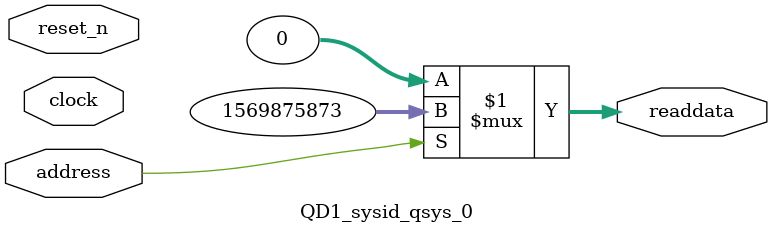
<source format=v>



// synthesis translate_off
`timescale 1ns / 1ps
// synthesis translate_on

// turn off superfluous verilog processor warnings 
// altera message_level Level1 
// altera message_off 10034 10035 10036 10037 10230 10240 10030 

module QD1_sysid_qsys_0 (
               // inputs:
                address,
                clock,
                reset_n,

               // outputs:
                readdata
             )
;

  output  [ 31: 0] readdata;
  input            address;
  input            clock;
  input            reset_n;

  wire    [ 31: 0] readdata;
  //control_slave, which is an e_avalon_slave
  assign readdata = address ? 1569875873 : 0;

endmodule




</source>
